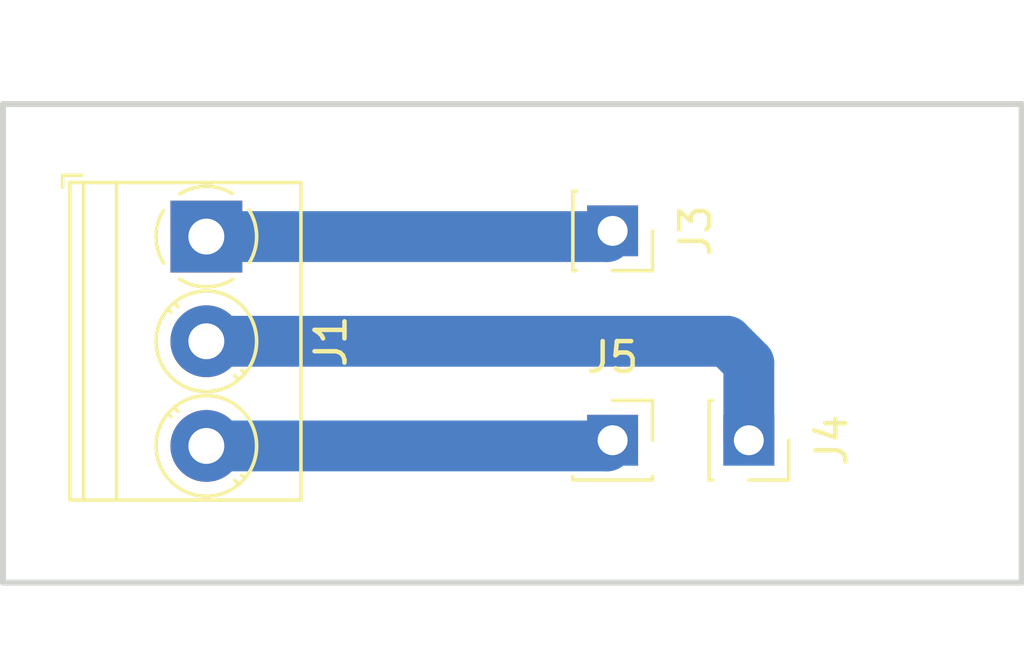
<source format=kicad_pcb>
(kicad_pcb (version 20171130) (host pcbnew 5.0.2-bee76a0~70~ubuntu18.04.1)

  (general
    (thickness 1.6)
    (drawings 4)
    (tracks 7)
    (zones 0)
    (modules 4)
    (nets 4)
  )

  (page A4)
  (layers
    (0 Top signal)
    (1 Route2 signal)
    (2 Route15 signal)
    (31 Bottom signal)
    (32 B.Adhes user)
    (33 F.Adhes user)
    (34 B.Paste user)
    (35 F.Paste user)
    (36 B.SilkS user)
    (37 F.SilkS user)
    (38 B.Mask user)
    (39 F.Mask user)
    (40 Dwgs.User user)
    (41 Cmts.User user)
    (42 Eco1.User user)
    (43 Eco2.User user)
    (44 Edge.Cuts user)
    (45 Margin user)
    (46 B.CrtYd user)
    (47 F.CrtYd user)
    (48 B.Fab user)
    (49 F.Fab user)
  )

  (setup
    (last_trace_width 1.7)
    (user_trace_width 1.7)
    (user_trace_width 3)
    (trace_clearance 0.2)
    (zone_clearance 0.508)
    (zone_45_only no)
    (trace_min 0.2)
    (segment_width 0.2)
    (edge_width 0.05)
    (via_size 0.8)
    (via_drill 0.4)
    (via_min_size 0.4)
    (via_min_drill 0.3)
    (user_via 3 1.5)
    (uvia_size 0.3)
    (uvia_drill 0.1)
    (uvias_allowed no)
    (uvia_min_size 0.2)
    (uvia_min_drill 0.1)
    (pcb_text_width 0.3)
    (pcb_text_size 1.5 1.5)
    (mod_edge_width 0.12)
    (mod_text_size 1 1)
    (mod_text_width 0.15)
    (pad_size 1.524 1.524)
    (pad_drill 0.762)
    (pad_to_mask_clearance 0.051)
    (solder_mask_min_width 0.25)
    (aux_axis_origin 32.766 56.388)
    (visible_elements FFFDFF7F)
    (pcbplotparams
      (layerselection 0x01000_fffffff8)
      (usegerberextensions false)
      (usegerberattributes false)
      (usegerberadvancedattributes false)
      (creategerberjobfile false)
      (excludeedgelayer true)
      (linewidth 0.100000)
      (plotframeref false)
      (viasonmask false)
      (mode 1)
      (useauxorigin true)
      (hpglpennumber 1)
      (hpglpenspeed 20)
      (hpglpendiameter 15.000000)
      (psnegative false)
      (psa4output false)
      (plotreference false)
      (plotvalue false)
      (plotinvisibletext false)
      (padsonsilk false)
      (subtractmaskfromsilk false)
      (outputformat 1)
      (mirror false)
      (drillshape 0)
      (scaleselection 1)
      (outputdirectory "mill_v"))
  )

  (net 0 "")
  (net 1 GND)
  (net 2 5V)
  (net 3 DATA)

  (net_class Default "This is the default net class."
    (clearance 0.2)
    (trace_width 0.25)
    (via_dia 0.8)
    (via_drill 0.4)
    (uvia_dia 0.3)
    (uvia_drill 0.1)
    (add_net 5V)
    (add_net DATA)
    (add_net GND)
  )

  (module Connector_PinSocket_2.54mm:PinSocket_1x01_P2.54mm_Vertical (layer Top) (tedit 5A19A434) (tstamp 5DBCB742)
    (at 57.685128 51.627706 270)
    (descr "Through hole straight socket strip, 1x01, 2.54mm pitch, single row (from Kicad 4.0.7), script generated")
    (tags "Through hole socket strip THT 1x01 2.54mm single row")
    (path /5DC22EEB)
    (fp_text reference J4 (at 0 -2.77 90) (layer F.SilkS)
      (effects (font (size 1 1) (thickness 0.15)))
    )
    (fp_text value Conn_01x01_Female (at 0 2.77 90) (layer F.Fab)
      (effects (font (size 1 1) (thickness 0.15)))
    )
    (fp_text user %R (at 0 0 90) (layer F.Fab)
      (effects (font (size 1 1) (thickness 0.15)))
    )
    (fp_line (start -1.8 1.75) (end -1.8 -1.8) (layer F.CrtYd) (width 0.05))
    (fp_line (start 1.75 1.75) (end -1.8 1.75) (layer F.CrtYd) (width 0.05))
    (fp_line (start 1.75 -1.8) (end 1.75 1.75) (layer F.CrtYd) (width 0.05))
    (fp_line (start -1.8 -1.8) (end 1.75 -1.8) (layer F.CrtYd) (width 0.05))
    (fp_line (start 0 -1.33) (end 1.33 -1.33) (layer F.SilkS) (width 0.12))
    (fp_line (start 1.33 -1.33) (end 1.33 0) (layer F.SilkS) (width 0.12))
    (fp_line (start 1.33 1.21) (end 1.33 1.33) (layer F.SilkS) (width 0.12))
    (fp_line (start -1.33 1.21) (end -1.33 1.33) (layer F.SilkS) (width 0.12))
    (fp_line (start -1.33 1.33) (end 1.33 1.33) (layer F.SilkS) (width 0.12))
    (fp_line (start -1.27 1.27) (end -1.27 -1.27) (layer F.Fab) (width 0.1))
    (fp_line (start 1.27 1.27) (end -1.27 1.27) (layer F.Fab) (width 0.1))
    (fp_line (start 1.27 -0.635) (end 1.27 1.27) (layer F.Fab) (width 0.1))
    (fp_line (start 0.635 -1.27) (end 1.27 -0.635) (layer F.Fab) (width 0.1))
    (fp_line (start -1.27 -1.27) (end 0.635 -1.27) (layer F.Fab) (width 0.1))
    (pad 1 thru_hole rect (at 0 0 270) (size 1.7 1.7) (drill 1) (layers *.Cu *.Mask)
      (net 3 DATA))
    (model ${KISYS3DMOD}/Connector_PinSocket_2.54mm.3dshapes/PinSocket_1x01_P2.54mm_Vertical.wrl
      (at (xyz 0 0 0))
      (scale (xyz 1 1 1))
      (rotate (xyz 0 0 0))
    )
  )

  (module Connector_PinSocket_2.54mm:PinSocket_1x01_P2.54mm_Vertical (layer Top) (tedit 5A19A434) (tstamp 5DBCB709)
    (at 53.135128 44.627706 270)
    (descr "Through hole straight socket strip, 1x01, 2.54mm pitch, single row (from Kicad 4.0.7), script generated")
    (tags "Through hole socket strip THT 1x01 2.54mm single row")
    (path /5DC21FF1)
    (fp_text reference J3 (at 0 -2.77 90) (layer F.SilkS)
      (effects (font (size 1 1) (thickness 0.15)))
    )
    (fp_text value Conn_01x01_Female (at 0 2.77 90) (layer F.Fab)
      (effects (font (size 1 1) (thickness 0.15)))
    )
    (fp_line (start -1.27 -1.27) (end 0.635 -1.27) (layer F.Fab) (width 0.1))
    (fp_line (start 0.635 -1.27) (end 1.27 -0.635) (layer F.Fab) (width 0.1))
    (fp_line (start 1.27 -0.635) (end 1.27 1.27) (layer F.Fab) (width 0.1))
    (fp_line (start 1.27 1.27) (end -1.27 1.27) (layer F.Fab) (width 0.1))
    (fp_line (start -1.27 1.27) (end -1.27 -1.27) (layer F.Fab) (width 0.1))
    (fp_line (start -1.33 1.33) (end 1.33 1.33) (layer F.SilkS) (width 0.12))
    (fp_line (start -1.33 1.21) (end -1.33 1.33) (layer F.SilkS) (width 0.12))
    (fp_line (start 1.33 1.21) (end 1.33 1.33) (layer F.SilkS) (width 0.12))
    (fp_line (start 1.33 -1.33) (end 1.33 0) (layer F.SilkS) (width 0.12))
    (fp_line (start 0 -1.33) (end 1.33 -1.33) (layer F.SilkS) (width 0.12))
    (fp_line (start -1.8 -1.8) (end 1.75 -1.8) (layer F.CrtYd) (width 0.05))
    (fp_line (start 1.75 -1.8) (end 1.75 1.75) (layer F.CrtYd) (width 0.05))
    (fp_line (start 1.75 1.75) (end -1.8 1.75) (layer F.CrtYd) (width 0.05))
    (fp_line (start -1.8 1.75) (end -1.8 -1.8) (layer F.CrtYd) (width 0.05))
    (fp_text user %R (at 0 0 90) (layer F.Fab)
      (effects (font (size 1 1) (thickness 0.15)))
    )
    (pad 1 thru_hole rect (at 0 0 270) (size 1.7 1.7) (drill 1) (layers *.Cu *.Mask)
      (net 2 5V))
    (model ${KISYS3DMOD}/Connector_PinSocket_2.54mm.3dshapes/PinSocket_1x01_P2.54mm_Vertical.wrl
      (at (xyz 0 0 0))
      (scale (xyz 1 1 1))
      (rotate (xyz 0 0 0))
    )
  )

  (module Connector_PinSocket_2.54mm:PinSocket_1x01_P2.54mm_Vertical (layer Top) (tedit 5A19A434) (tstamp 5DBCB77B)
    (at 53.135128 51.627706)
    (descr "Through hole straight socket strip, 1x01, 2.54mm pitch, single row (from Kicad 4.0.7), script generated")
    (tags "Through hole socket strip THT 1x01 2.54mm single row")
    (path /5DC2371B)
    (fp_text reference J5 (at 0 -2.77 -180) (layer F.SilkS)
      (effects (font (size 1 1) (thickness 0.15)))
    )
    (fp_text value Conn_01x01_Female (at 0 2.77 -180) (layer F.Fab)
      (effects (font (size 1 1) (thickness 0.15)))
    )
    (fp_line (start -1.27 -1.27) (end 0.635 -1.27) (layer F.Fab) (width 0.1))
    (fp_line (start 0.635 -1.27) (end 1.27 -0.635) (layer F.Fab) (width 0.1))
    (fp_line (start 1.27 -0.635) (end 1.27 1.27) (layer F.Fab) (width 0.1))
    (fp_line (start 1.27 1.27) (end -1.27 1.27) (layer F.Fab) (width 0.1))
    (fp_line (start -1.27 1.27) (end -1.27 -1.27) (layer F.Fab) (width 0.1))
    (fp_line (start -1.33 1.33) (end 1.33 1.33) (layer F.SilkS) (width 0.12))
    (fp_line (start -1.33 1.21) (end -1.33 1.33) (layer F.SilkS) (width 0.12))
    (fp_line (start 1.33 1.21) (end 1.33 1.33) (layer F.SilkS) (width 0.12))
    (fp_line (start 1.33 -1.33) (end 1.33 0) (layer F.SilkS) (width 0.12))
    (fp_line (start 0 -1.33) (end 1.33 -1.33) (layer F.SilkS) (width 0.12))
    (fp_line (start -1.8 -1.8) (end 1.75 -1.8) (layer F.CrtYd) (width 0.05))
    (fp_line (start 1.75 -1.8) (end 1.75 1.75) (layer F.CrtYd) (width 0.05))
    (fp_line (start 1.75 1.75) (end -1.8 1.75) (layer F.CrtYd) (width 0.05))
    (fp_line (start -1.8 1.75) (end -1.8 -1.8) (layer F.CrtYd) (width 0.05))
    (fp_text user %R (at 0 0 -180) (layer F.Fab)
      (effects (font (size 1 1) (thickness 0.15)))
    )
    (pad 1 thru_hole rect (at 0 0) (size 1.7 1.7) (drill 1) (layers *.Cu *.Mask)
      (net 1 GND))
    (model ${KISYS3DMOD}/Connector_PinSocket_2.54mm.3dshapes/PinSocket_1x01_P2.54mm_Vertical.wrl
      (at (xyz 0 0 0))
      (scale (xyz 1 1 1))
      (rotate (xyz 0 0 0))
    )
  )

  (module TerminalBlock_Phoenix:TerminalBlock_Phoenix_PT-1,5-3-3.5-H_1x03_P3.50mm_Horizontal (layer Top) (tedit 5B294F3F) (tstamp 5DCBCE55)
    (at 39.5605 44.8183 270)
    (descr "Terminal Block Phoenix PT-1,5-3-3.5-H, 3 pins, pitch 3.5mm, size 10.5x7.6mm^2, drill diamater 1.2mm, pad diameter 2.4mm, see , script-generated using https://github.com/pointhi/kicad-footprint-generator/scripts/TerminalBlock_Phoenix")
    (tags "THT Terminal Block Phoenix PT-1,5-3-3.5-H pitch 3.5mm size 10.5x7.6mm^2 drill 1.2mm pad 2.4mm")
    (path /5DBF675D)
    (fp_text reference J1 (at 3.5 -4.16 270) (layer F.SilkS)
      (effects (font (size 1 1) (thickness 0.15)))
    )
    (fp_text value Screw_Terminal_01x03 (at 3.5 5.56 270) (layer F.Fab)
      (effects (font (size 1 1) (thickness 0.15)))
    )
    (fp_arc (start 0 0) (end 0 1.68) (angle -32) (layer F.SilkS) (width 0.12))
    (fp_arc (start 0 0) (end 1.425 0.891) (angle -64) (layer F.SilkS) (width 0.12))
    (fp_arc (start 0 0) (end 0.866 -1.44) (angle -63) (layer F.SilkS) (width 0.12))
    (fp_arc (start 0 0) (end -1.44 -0.866) (angle -63) (layer F.SilkS) (width 0.12))
    (fp_arc (start 0 0) (end -0.866 1.44) (angle -32) (layer F.SilkS) (width 0.12))
    (fp_circle (center 0 0) (end 1.5 0) (layer F.Fab) (width 0.1))
    (fp_circle (center 3.5 0) (end 5 0) (layer F.Fab) (width 0.1))
    (fp_circle (center 3.5 0) (end 5.18 0) (layer F.SilkS) (width 0.12))
    (fp_circle (center 7 0) (end 8.5 0) (layer F.Fab) (width 0.1))
    (fp_circle (center 7 0) (end 8.68 0) (layer F.SilkS) (width 0.12))
    (fp_line (start -1.75 -3.1) (end 8.75 -3.1) (layer F.Fab) (width 0.1))
    (fp_line (start 8.75 -3.1) (end 8.75 4.5) (layer F.Fab) (width 0.1))
    (fp_line (start 8.75 4.5) (end -1.35 4.5) (layer F.Fab) (width 0.1))
    (fp_line (start -1.35 4.5) (end -1.75 4.1) (layer F.Fab) (width 0.1))
    (fp_line (start -1.75 4.1) (end -1.75 -3.1) (layer F.Fab) (width 0.1))
    (fp_line (start -1.75 4.1) (end 8.75 4.1) (layer F.Fab) (width 0.1))
    (fp_line (start -1.81 4.1) (end 8.81 4.1) (layer F.SilkS) (width 0.12))
    (fp_line (start -1.75 3) (end 8.75 3) (layer F.Fab) (width 0.1))
    (fp_line (start -1.81 3) (end 8.81 3) (layer F.SilkS) (width 0.12))
    (fp_line (start -1.81 -3.16) (end 8.81 -3.16) (layer F.SilkS) (width 0.12))
    (fp_line (start -1.81 4.56) (end 8.81 4.56) (layer F.SilkS) (width 0.12))
    (fp_line (start -1.81 -3.16) (end -1.81 4.56) (layer F.SilkS) (width 0.12))
    (fp_line (start 8.81 -3.16) (end 8.81 4.56) (layer F.SilkS) (width 0.12))
    (fp_line (start 1.138 -0.955) (end -0.955 1.138) (layer F.Fab) (width 0.1))
    (fp_line (start 0.955 -1.138) (end -1.138 0.955) (layer F.Fab) (width 0.1))
    (fp_line (start 4.638 -0.955) (end 2.546 1.138) (layer F.Fab) (width 0.1))
    (fp_line (start 4.455 -1.138) (end 2.363 0.955) (layer F.Fab) (width 0.1))
    (fp_line (start 4.775 -1.069) (end 4.646 -0.941) (layer F.SilkS) (width 0.12))
    (fp_line (start 2.525 1.181) (end 2.431 1.274) (layer F.SilkS) (width 0.12))
    (fp_line (start 4.57 -1.275) (end 4.476 -1.181) (layer F.SilkS) (width 0.12))
    (fp_line (start 2.355 0.941) (end 2.226 1.069) (layer F.SilkS) (width 0.12))
    (fp_line (start 8.138 -0.955) (end 6.046 1.138) (layer F.Fab) (width 0.1))
    (fp_line (start 7.955 -1.138) (end 5.863 0.955) (layer F.Fab) (width 0.1))
    (fp_line (start 8.275 -1.069) (end 8.146 -0.941) (layer F.SilkS) (width 0.12))
    (fp_line (start 6.025 1.181) (end 5.931 1.274) (layer F.SilkS) (width 0.12))
    (fp_line (start 8.07 -1.275) (end 7.976 -1.181) (layer F.SilkS) (width 0.12))
    (fp_line (start 5.855 0.941) (end 5.726 1.069) (layer F.SilkS) (width 0.12))
    (fp_line (start -2.05 4.16) (end -2.05 4.8) (layer F.SilkS) (width 0.12))
    (fp_line (start -2.05 4.8) (end -1.65 4.8) (layer F.SilkS) (width 0.12))
    (fp_line (start -2.25 -3.6) (end -2.25 5) (layer F.CrtYd) (width 0.05))
    (fp_line (start -2.25 5) (end 9.25 5) (layer F.CrtYd) (width 0.05))
    (fp_line (start 9.25 5) (end 9.25 -3.6) (layer F.CrtYd) (width 0.05))
    (fp_line (start 9.25 -3.6) (end -2.25 -3.6) (layer F.CrtYd) (width 0.05))
    (fp_text user %R (at 3.5 2.4 270) (layer F.Fab)
      (effects (font (size 1 1) (thickness 0.15)))
    )
    (pad 1 thru_hole rect (at 0 0 270) (size 2.4 2.4) (drill 1.2) (layers *.Cu *.Mask)
      (net 2 5V))
    (pad 2 thru_hole circle (at 3.5 0 270) (size 2.4 2.4) (drill 1.2) (layers *.Cu *.Mask)
      (net 3 DATA))
    (pad 3 thru_hole circle (at 7 0 270) (size 2.4 2.4) (drill 1.2) (layers *.Cu *.Mask)
      (net 1 GND))
    (model ${KISYS3DMOD}/TerminalBlock_Phoenix.3dshapes/TerminalBlock_Phoenix_PT-1,5-3-3.5-H_1x03_P3.50mm_Horizontal.wrl
      (at (xyz 0 0 0))
      (scale (xyz 1 1 1))
      (rotate (xyz 0 0 0))
    )
  )

  (gr_line (start 32.766 56.388) (end 32.766 40.386) (layer Edge.Cuts) (width 0.2))
  (gr_line (start 66.802 56.388) (end 32.766 56.388) (layer Edge.Cuts) (width 0.2))
  (gr_line (start 66.802 40.386) (end 66.802 56.388) (layer Edge.Cuts) (width 0.2))
  (gr_line (start 32.766 40.386) (end 66.802 40.386) (layer Edge.Cuts) (width 0.2))

  (segment (start 52.944534 51.8183) (end 53.135128 51.627706) (width 1.7) (layer Bottom) (net 1))
  (segment (start 39.5605 51.8183) (end 52.944534 51.8183) (width 1.7) (layer Bottom) (net 1))
  (segment (start 52.944534 44.8183) (end 53.135128 44.627706) (width 1.7) (layer Bottom) (net 2))
  (segment (start 39.5605 44.8183) (end 52.944534 44.8183) (width 1.7) (layer Bottom) (net 2))
  (segment (start 39.5605 48.3183) (end 56.9543 48.3183) (width 1.7) (layer Bottom) (net 3))
  (segment (start 57.685128 49.049128) (end 57.685128 51.627706) (width 1.7) (layer Bottom) (net 3))
  (segment (start 56.9543 48.3183) (end 57.685128 49.049128) (width 1.7) (layer Bottom) (net 3))

)

</source>
